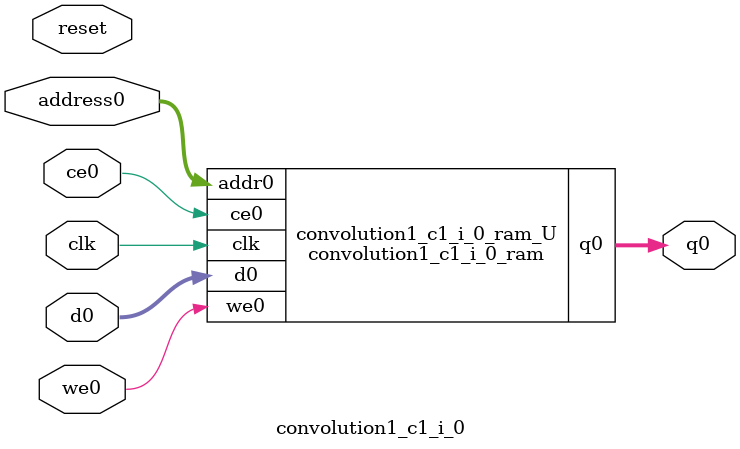
<source format=v>

`timescale 1 ns / 1 ps
module convolution1_c1_i_0_ram (addr0, ce0, d0, we0, q0,  clk);

parameter DWIDTH = 32;
parameter AWIDTH = 10;
parameter MEM_SIZE = 1024;

input[AWIDTH-1:0] addr0;
input ce0;
input[DWIDTH-1:0] d0;
input we0;
output reg[DWIDTH-1:0] q0;
input clk;

(* ram_style = "block" *)reg [DWIDTH-1:0] ram[0:MEM_SIZE-1];




always @(posedge clk)  
begin 
    if (ce0) 
    begin
        if (we0) 
        begin 
            ram[addr0] <= d0; 
            q0 <= d0;
        end 
        else 
            q0 <= ram[addr0];
    end
end


endmodule


`timescale 1 ns / 1 ps
module convolution1_c1_i_0(
    reset,
    clk,
    address0,
    ce0,
    we0,
    d0,
    q0);

parameter DataWidth = 32'd32;
parameter AddressRange = 32'd1024;
parameter AddressWidth = 32'd10;
input reset;
input clk;
input[AddressWidth - 1:0] address0;
input ce0;
input we0;
input[DataWidth - 1:0] d0;
output[DataWidth - 1:0] q0;



convolution1_c1_i_0_ram convolution1_c1_i_0_ram_U(
    .clk( clk ),
    .addr0( address0 ),
    .ce0( ce0 ),
    .d0( d0 ),
    .we0( we0 ),
    .q0( q0 ));

endmodule


</source>
